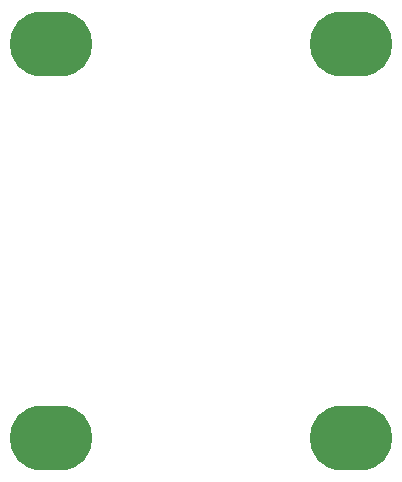
<source format=gbr>
%TF.GenerationSoftware,KiCad,Pcbnew,(6.0.0)*%
%TF.CreationDate,2022-02-17T12:00:40-08:00*%
%TF.ProjectId,LedPracticePanel,4c656450-7261-4637-9469-636550616e65,0*%
%TF.SameCoordinates,Original*%
%TF.FileFunction,Soldermask,Top*%
%TF.FilePolarity,Negative*%
%FSLAX46Y46*%
G04 Gerber Fmt 4.6, Leading zero omitted, Abs format (unit mm)*
G04 Created by KiCad (PCBNEW (6.0.0)) date 2022-02-17 12:00:40*
%MOMM*%
%LPD*%
G01*
G04 APERTURE LIST*
%ADD10O,7.000000X5.500000*%
G04 APERTURE END LIST*
D10*
%TO.C,H2*%
X44800000Y-15200000D03*
%TD*%
%TO.C,H3*%
X19400000Y-15200000D03*
%TD*%
%TO.C,H4*%
X19400000Y-48600000D03*
%TD*%
%TO.C,H1*%
X44800000Y-48600000D03*
%TD*%
M02*

</source>
